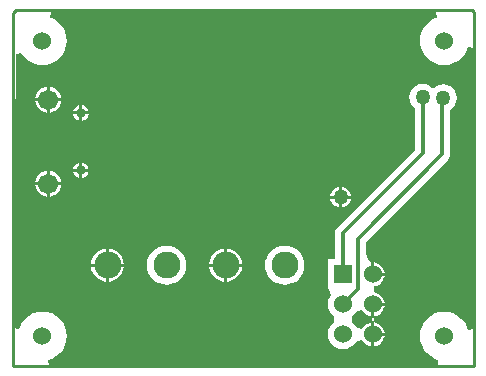
<source format=gbl>
%FSLAX23Y23*%
%MOIN*%
G70*
G01*
G75*
G04 Layer_Physical_Order=2*
G04 Layer_Color=16711680*
%ADD10R,0.065X0.040*%
%ADD11R,0.051X0.118*%
%ADD12R,0.022X0.039*%
%ADD13R,0.049X0.016*%
%ADD14R,0.040X0.055*%
%ADD15C,0.060*%
%ADD16R,0.060X0.060*%
%ADD17R,0.055X0.040*%
%ADD18C,0.020*%
%ADD19C,0.015*%
%ADD20C,0.010*%
%ADD21C,0.090*%
%ADD22C,0.067*%
%ADD23C,0.031*%
%ADD24R,0.060X0.060*%
%ADD25C,0.050*%
%ADD26C,0.012*%
G36*
X2673Y2400D02*
X2666Y2398D01*
X2652Y2391D01*
X2639Y2380D01*
X2629Y2368D01*
X2622Y2354D01*
X2617Y2339D01*
X2615Y2323D01*
X2617Y2307D01*
X2622Y2292D01*
X2629Y2278D01*
X2639Y2265D01*
X2652Y2255D01*
X2666Y2248D01*
X2681Y2243D01*
X2697Y2241D01*
X2713Y2243D01*
X2728Y2248D01*
X2742Y2255D01*
X2754Y2265D01*
X2765Y2278D01*
X2772Y2292D01*
X2775Y2302D01*
X2795Y2299D01*
Y1362D01*
X2775Y1359D01*
X2772Y1370D01*
X2765Y1384D01*
X2754Y1396D01*
X2742Y1406D01*
X2728Y1414D01*
X2713Y1418D01*
X2697Y1420D01*
X2681Y1418D01*
X2666Y1414D01*
X2652Y1406D01*
X2639Y1396D01*
X2629Y1384D01*
X2622Y1370D01*
X2617Y1354D01*
X2615Y1339D01*
X2617Y1323D01*
X2622Y1307D01*
X2629Y1293D01*
X2639Y1281D01*
X2652Y1271D01*
X2666Y1263D01*
X2678Y1260D01*
X2675Y1240D01*
X1381D01*
X1378Y1260D01*
X1389Y1263D01*
X1403Y1271D01*
X1416Y1281D01*
X1426Y1293D01*
X1433Y1307D01*
X1438Y1323D01*
X1440Y1339D01*
X1438Y1354D01*
X1433Y1370D01*
X1426Y1384D01*
X1416Y1396D01*
X1403Y1406D01*
X1389Y1414D01*
X1374Y1418D01*
X1358Y1420D01*
X1342Y1418D01*
X1327Y1414D01*
X1313Y1406D01*
X1301Y1396D01*
X1291Y1384D01*
X1283Y1370D01*
X1281Y1362D01*
X1261Y1365D01*
X1269Y2278D01*
X1288Y2283D01*
X1291Y2278D01*
X1301Y2265D01*
X1313Y2255D01*
X1327Y2248D01*
X1342Y2243D01*
X1358Y2241D01*
X1374Y2243D01*
X1389Y2248D01*
X1403Y2255D01*
X1416Y2265D01*
X1426Y2278D01*
X1433Y2292D01*
X1438Y2307D01*
X1440Y2323D01*
X1438Y2339D01*
X1433Y2354D01*
X1426Y2368D01*
X1416Y2380D01*
X1403Y2391D01*
X1389Y2398D01*
X1382Y2400D01*
X1385Y2420D01*
X2670D01*
X2673Y2400D01*
D02*
G37*
%LPC*%
G36*
X2464Y1584D02*
Y1549D01*
X2499D01*
X2498Y1555D01*
X2494Y1564D01*
X2488Y1573D01*
X2479Y1579D01*
X2470Y1583D01*
X2464Y1584D01*
D02*
G37*
G36*
X1964Y1630D02*
X1954Y1628D01*
X1941Y1623D01*
X1929Y1614D01*
X1920Y1603D01*
X1915Y1589D01*
X1914Y1580D01*
X1964D01*
Y1630D01*
D02*
G37*
G36*
X1570Y1570D02*
X1520D01*
X1521Y1560D01*
X1527Y1547D01*
X1536Y1536D01*
X1547Y1527D01*
X1560Y1521D01*
X1570Y1520D01*
Y1570D01*
D02*
G37*
G36*
X1630D02*
X1580D01*
Y1520D01*
X1589Y1521D01*
X1603Y1527D01*
X1614Y1536D01*
X1623Y1547D01*
X1628Y1560D01*
X1630Y1570D01*
D02*
G37*
G36*
X1974Y1630D02*
Y1580D01*
X2023D01*
X2022Y1589D01*
X2017Y1603D01*
X2008Y1614D01*
X1996Y1623D01*
X1983Y1628D01*
X1974Y1630D01*
D02*
G37*
G36*
X2347Y1796D02*
X2318D01*
X2318Y1792D01*
X2322Y1784D01*
X2327Y1776D01*
X2335Y1771D01*
X2343Y1767D01*
X2347Y1767D01*
Y1796D01*
D02*
G37*
G36*
X2387D02*
X2357D01*
Y1767D01*
X2361Y1767D01*
X2370Y1771D01*
X2377Y1776D01*
X2383Y1784D01*
X2386Y1792D01*
X2387Y1796D01*
D02*
G37*
G36*
X1570Y1630D02*
X1560Y1628D01*
X1547Y1623D01*
X1536Y1614D01*
X1527Y1603D01*
X1521Y1589D01*
X1520Y1580D01*
X1570D01*
Y1630D01*
D02*
G37*
G36*
X1580D02*
Y1580D01*
X1630D01*
X1628Y1589D01*
X1623Y1603D01*
X1614Y1614D01*
X1603Y1623D01*
X1589Y1628D01*
X1580Y1630D01*
D02*
G37*
G36*
X2462Y1400D02*
X2457D01*
Y1389D01*
X2462D01*
Y1400D01*
D02*
G37*
G36*
X2626Y2179D02*
X2614Y2178D01*
X2603Y2173D01*
X2594Y2166D01*
X2587Y2157D01*
X2582Y2146D01*
X2581Y2134D01*
X2582Y2122D01*
X2587Y2111D01*
X2594Y2102D01*
X2600Y2097D01*
Y1959D01*
X2341Y1700D01*
X2337Y1694D01*
X2334Y1688D01*
X2333Y1681D01*
X2333Y1681D01*
Y1594D01*
X2309D01*
Y1494D01*
X2312D01*
X2321Y1476D01*
X2316Y1470D01*
X2311Y1457D01*
X2309Y1444D01*
X2311Y1431D01*
X2316Y1419D01*
X2324Y1409D01*
X2329Y1404D01*
Y1384D01*
X2324Y1380D01*
X2316Y1370D01*
X2311Y1357D01*
X2309Y1344D01*
X2311Y1331D01*
X2316Y1319D01*
X2324Y1309D01*
X2334Y1301D01*
X2346Y1296D01*
X2359Y1294D01*
X2372Y1296D01*
X2384Y1301D01*
X2395Y1309D01*
X2403Y1319D01*
X2420Y1326D01*
X2424Y1324D01*
X2431Y1316D01*
X2439Y1309D01*
X2449Y1305D01*
X2454Y1305D01*
Y1344D01*
Y1384D01*
X2449Y1383D01*
X2439Y1379D01*
X2431Y1373D01*
X2424Y1364D01*
X2420Y1363D01*
X2403Y1370D01*
X2395Y1380D01*
X2389Y1384D01*
Y1404D01*
X2395Y1409D01*
X2403Y1419D01*
X2420Y1426D01*
X2424Y1424D01*
X2431Y1416D01*
X2439Y1409D01*
X2449Y1405D01*
X2454Y1405D01*
Y1444D01*
X2459D01*
Y1449D01*
X2499D01*
X2498Y1455D01*
X2494Y1464D01*
X2488Y1473D01*
X2479Y1479D01*
X2470Y1483D01*
X2462Y1484D01*
Y1504D01*
X2470Y1505D01*
X2479Y1509D01*
X2488Y1516D01*
X2494Y1524D01*
X2498Y1534D01*
X2499Y1539D01*
X2459D01*
Y1544D01*
X2454D01*
Y1584D01*
X2452Y1584D01*
X2447Y1588D01*
X2437Y1613D01*
Y1653D01*
X2709Y1925D01*
X2709Y1925D01*
X2714Y1931D01*
X2716Y1937D01*
X2717Y1944D01*
X2717Y1944D01*
Y2093D01*
X2726Y2100D01*
X2733Y2109D01*
X2738Y2120D01*
X2739Y2132D01*
X2738Y2144D01*
X2733Y2155D01*
X2726Y2164D01*
X2717Y2171D01*
X2706Y2176D01*
X2694Y2177D01*
X2682Y2176D01*
X2671Y2171D01*
X2662Y2164D01*
X2658Y2166D01*
D01*
X2649Y2173D01*
X2638Y2178D01*
X2626Y2179D01*
D02*
G37*
G36*
X2499Y1339D02*
X2464D01*
Y1305D01*
X2470Y1305D01*
X2479Y1309D01*
X2488Y1316D01*
X2494Y1324D01*
X2498Y1334D01*
X2499Y1339D01*
D02*
G37*
G36*
X2464Y1384D02*
Y1349D01*
X2499D01*
X2498Y1355D01*
X2494Y1364D01*
X2488Y1373D01*
X2479Y1379D01*
X2470Y1383D01*
X2464Y1384D01*
D02*
G37*
G36*
X2499Y1439D02*
X2464D01*
Y1405D01*
X2470Y1405D01*
X2479Y1409D01*
X2488Y1416D01*
X2494Y1424D01*
X2498Y1434D01*
X2499Y1439D01*
D02*
G37*
G36*
X1964Y1570D02*
X1914D01*
X1915Y1560D01*
X1920Y1547D01*
X1929Y1536D01*
X1941Y1527D01*
X1954Y1521D01*
X1964Y1520D01*
Y1570D01*
D02*
G37*
G36*
X2023D02*
X1974D01*
Y1520D01*
X1983Y1521D01*
X1996Y1527D01*
X2008Y1536D01*
X2017Y1547D01*
X2022Y1560D01*
X2023Y1570D01*
D02*
G37*
G36*
X1772Y1640D02*
X1759Y1639D01*
X1747Y1635D01*
X1735Y1629D01*
X1725Y1621D01*
X1717Y1611D01*
X1711Y1600D01*
X1708Y1588D01*
X1706Y1575D01*
X1708Y1562D01*
X1711Y1550D01*
X1717Y1539D01*
X1725Y1529D01*
X1735Y1520D01*
X1747Y1514D01*
X1759Y1511D01*
X1772Y1509D01*
X1784Y1511D01*
X1797Y1514D01*
X1808Y1520D01*
X1818Y1529D01*
X1826Y1539D01*
X1832Y1550D01*
X1836Y1562D01*
X1837Y1575D01*
X1836Y1588D01*
X1832Y1600D01*
X1826Y1611D01*
X1818Y1621D01*
X1808Y1629D01*
X1797Y1635D01*
X1784Y1639D01*
X1772Y1640D01*
D02*
G37*
G36*
X2165D02*
X2153Y1639D01*
X2140Y1635D01*
X2129Y1629D01*
X2119Y1621D01*
X2111Y1611D01*
X2105Y1600D01*
X2101Y1588D01*
X2100Y1575D01*
X2101Y1562D01*
X2105Y1550D01*
X2111Y1539D01*
X2119Y1529D01*
X2129Y1520D01*
X2140Y1514D01*
X2153Y1511D01*
X2165Y1509D01*
X2178Y1511D01*
X2190Y1514D01*
X2202Y1520D01*
X2212Y1529D01*
X2220Y1539D01*
X2226Y1550D01*
X2229Y1562D01*
X2231Y1575D01*
X2229Y1588D01*
X2226Y1600D01*
X2220Y1611D01*
X2212Y1621D01*
X2202Y1629D01*
X2190Y1635D01*
X2178Y1639D01*
X2165Y1640D01*
D02*
G37*
G36*
X1512Y2077D02*
X1491D01*
Y2056D01*
X1493Y2057D01*
X1499Y2059D01*
X1505Y2063D01*
X1509Y2069D01*
X1511Y2075D01*
X1512Y2077D01*
D02*
G37*
G36*
X1372Y2121D02*
X1334D01*
X1335Y2115D01*
X1339Y2104D01*
X1346Y2095D01*
X1355Y2088D01*
X1366Y2084D01*
X1372Y2083D01*
Y2121D01*
D02*
G37*
G36*
X1491Y1916D02*
Y1896D01*
X1512D01*
X1511Y1897D01*
X1509Y1904D01*
X1505Y1909D01*
X1499Y1913D01*
X1493Y1916D01*
X1491Y1916D01*
D02*
G37*
G36*
X1481Y2077D02*
X1461D01*
X1461Y2075D01*
X1464Y2069D01*
X1468Y2063D01*
X1473Y2059D01*
X1479Y2057D01*
X1481Y2056D01*
Y2077D01*
D02*
G37*
G36*
X1420Y2121D02*
X1382D01*
Y2083D01*
X1388Y2084D01*
X1399Y2088D01*
X1408Y2095D01*
X1415Y2104D01*
X1419Y2115D01*
X1420Y2121D01*
D02*
G37*
G36*
X1372Y2169D02*
X1366Y2168D01*
X1355Y2164D01*
X1346Y2157D01*
X1339Y2148D01*
X1335Y2137D01*
X1334Y2131D01*
X1372D01*
Y2169D01*
D02*
G37*
G36*
X1382D02*
Y2131D01*
X1420D01*
X1419Y2137D01*
X1415Y2148D01*
X1408Y2157D01*
X1399Y2164D01*
X1388Y2168D01*
X1382Y2169D01*
D02*
G37*
G36*
X1481Y2107D02*
X1479Y2107D01*
X1473Y2104D01*
X1468Y2100D01*
X1464Y2095D01*
X1461Y2088D01*
X1461Y2087D01*
X1481D01*
Y2107D01*
D02*
G37*
G36*
X1491D02*
Y2087D01*
X1512D01*
X1511Y2088D01*
X1509Y2095D01*
X1505Y2100D01*
X1499Y2104D01*
X1493Y2107D01*
X1491Y2107D01*
D02*
G37*
G36*
X2347Y1836D02*
X2343Y1835D01*
X2335Y1832D01*
X2327Y1826D01*
X2322Y1819D01*
X2318Y1810D01*
X2318Y1806D01*
X2347D01*
Y1836D01*
D02*
G37*
G36*
X2357D02*
Y1806D01*
X2387D01*
X2386Y1810D01*
X2383Y1819D01*
X2377Y1826D01*
X2370Y1832D01*
X2361Y1835D01*
X2357Y1836D01*
D02*
G37*
G36*
X1372Y1841D02*
X1334D01*
X1335Y1835D01*
X1339Y1825D01*
X1346Y1815D01*
X1355Y1808D01*
X1366Y1804D01*
X1372Y1803D01*
Y1841D01*
D02*
G37*
G36*
X1420D02*
X1382D01*
Y1803D01*
X1388Y1804D01*
X1399Y1808D01*
X1408Y1815D01*
X1415Y1825D01*
X1419Y1835D01*
X1420Y1841D01*
D02*
G37*
G36*
X1372Y1890D02*
X1366Y1889D01*
X1355Y1884D01*
X1346Y1877D01*
X1339Y1868D01*
X1335Y1858D01*
X1334Y1851D01*
X1372D01*
Y1890D01*
D02*
G37*
G36*
X1512Y1886D02*
X1491D01*
Y1865D01*
X1493Y1866D01*
X1499Y1868D01*
X1505Y1872D01*
X1509Y1878D01*
X1511Y1884D01*
X1512Y1886D01*
D02*
G37*
G36*
X1481Y1916D02*
X1479Y1916D01*
X1473Y1913D01*
X1468Y1909D01*
X1464Y1904D01*
X1461Y1897D01*
X1461Y1896D01*
X1481D01*
Y1916D01*
D02*
G37*
G36*
X1382Y1890D02*
Y1851D01*
X1420D01*
X1419Y1858D01*
X1415Y1868D01*
X1408Y1877D01*
X1399Y1884D01*
X1388Y1889D01*
X1382Y1890D01*
D02*
G37*
G36*
X1481Y1886D02*
X1461D01*
X1461Y1884D01*
X1464Y1878D01*
X1468Y1872D01*
X1473Y1868D01*
X1479Y1866D01*
X1481Y1865D01*
Y1886D01*
D02*
G37*
%LPD*%
D15*
X2697Y1339D02*
D03*
Y2323D02*
D03*
X1358Y1339D02*
D03*
Y2323D02*
D03*
X2359Y1344D02*
D03*
Y1444D02*
D03*
X2459Y1344D02*
D03*
Y1544D02*
D03*
Y1444D02*
D03*
D20*
X1260Y2380D02*
Y2415D01*
X1270Y2425D01*
X2790D01*
X1260Y1240D02*
Y2380D01*
X2790Y2425D02*
X2795Y2420D01*
Y1240D02*
Y2420D01*
X1260Y1240D02*
X2795D01*
D21*
X2165Y1575D02*
D03*
X1969D02*
D03*
X1575Y1575D02*
D03*
X1772Y1575D02*
D03*
D22*
X1377Y1846D02*
D03*
Y2126D02*
D03*
D23*
X1486Y1891D02*
D03*
Y2082D02*
D03*
D24*
X2359Y1544D02*
D03*
D25*
X2352Y1801D02*
D03*
X2626Y2134D02*
D03*
X2694Y2132D02*
D03*
D26*
X2359Y1444D02*
X2410Y1495D01*
Y1663D01*
X2359Y1544D02*
Y1681D01*
X2626Y1948D01*
Y2134D01*
X2410Y1663D02*
X2691Y1944D01*
Y2132D01*
M02*

</source>
